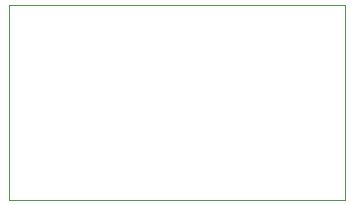
<source format=gbr>
%TF.GenerationSoftware,KiCad,Pcbnew,(5.1.6)-1*%
%TF.CreationDate,2020-07-04T13:17:01+02:00*%
%TF.ProjectId,Grove_step_up,47726f76-655f-4737-9465-705f75702e6b,rev?*%
%TF.SameCoordinates,Original*%
%TF.FileFunction,Profile,NP*%
%FSLAX46Y46*%
G04 Gerber Fmt 4.6, Leading zero omitted, Abs format (unit mm)*
G04 Created by KiCad (PCBNEW (5.1.6)-1) date 2020-07-04 13:17:01*
%MOMM*%
%LPD*%
G01*
G04 APERTURE LIST*
%TA.AperFunction,Profile*%
%ADD10C,0.050000*%
%TD*%
G04 APERTURE END LIST*
D10*
X134874000Y-70104000D02*
X134874000Y-69342000D01*
X106426000Y-69342000D02*
X106426000Y-70104000D01*
X106426000Y-85852000D02*
X106426000Y-70104000D01*
X134874000Y-85852000D02*
X106426000Y-85852000D01*
X134874000Y-70104000D02*
X134874000Y-85852000D01*
X106426000Y-69342000D02*
X134874000Y-69342000D01*
M02*

</source>
